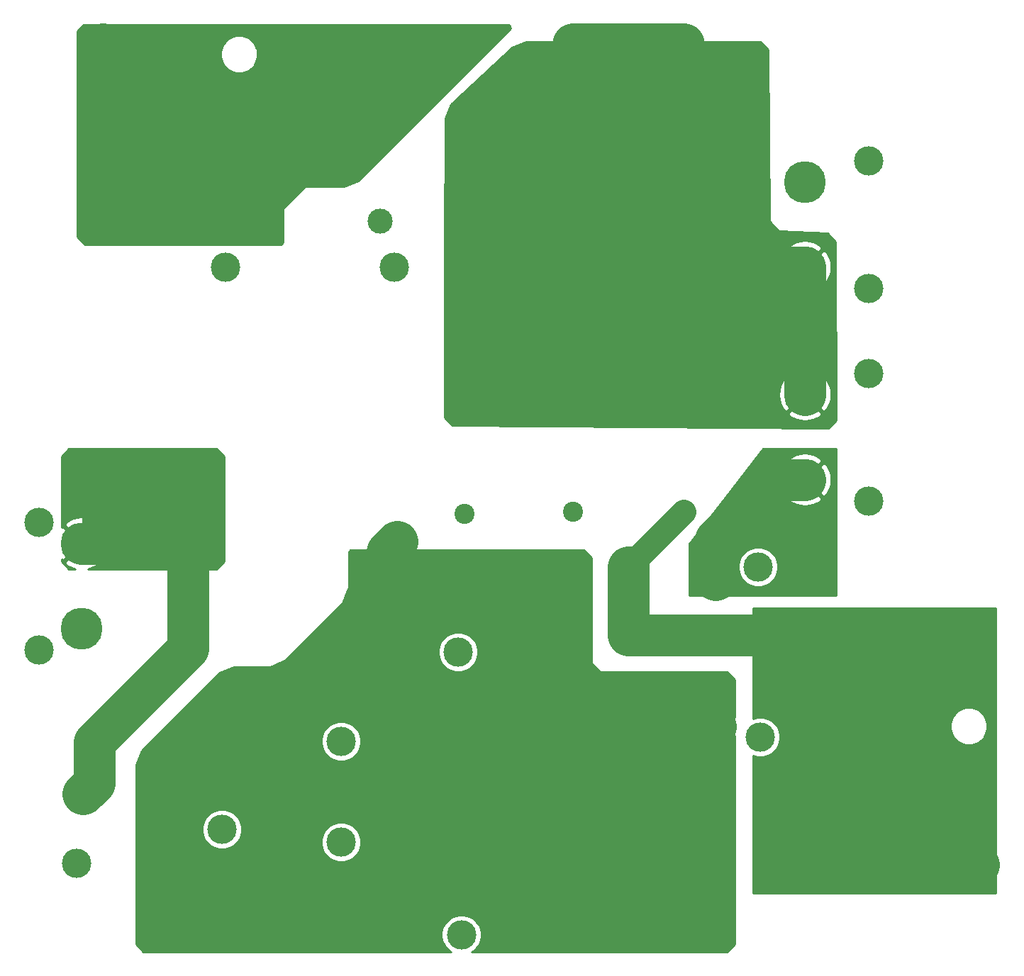
<source format=gbr>
G04 #@! TF.GenerationSoftware,KiCad,Pcbnew,(5.1.4)-1*
G04 #@! TF.CreationDate,2019-10-17T19:09:16-07:00*
G04 #@! TF.ProjectId,amiga crossover,616d6967-6120-4637-926f-73736f766572,0.2*
G04 #@! TF.SameCoordinates,Original*
G04 #@! TF.FileFunction,Copper,L1,Top*
G04 #@! TF.FilePolarity,Positive*
%FSLAX46Y46*%
G04 Gerber Fmt 4.6, Leading zero omitted, Abs format (unit mm)*
G04 Created by KiCad (PCBNEW (5.1.4)-1) date 2019-10-17 19:09:16*
%MOMM*%
%LPD*%
G04 APERTURE LIST*
%ADD10O,2.800000X2.800000*%
%ADD11C,2.800000*%
%ADD12O,2.400000X2.400000*%
%ADD13C,2.400000*%
%ADD14C,2.600000*%
%ADD15C,3.000000*%
%ADD16C,3.800000*%
%ADD17C,5.000000*%
%ADD18C,3.500000*%
%ADD19C,5.000000*%
%ADD20C,1.000000*%
%ADD21C,3.000000*%
%ADD22C,0.254000*%
G04 APERTURE END LIST*
D10*
X218878000Y-122174000D03*
D11*
X166878000Y-122174000D03*
D12*
X149460000Y-83566000D03*
D13*
X124460000Y-83566000D03*
D10*
X114300000Y-76130000D03*
D11*
X114300000Y-24130000D03*
D14*
X129844800Y-103886000D03*
X111963200Y-113741200D03*
D15*
X147370800Y-45364400D03*
X130911600Y-45415200D03*
D16*
X187452000Y-88188800D03*
X187452000Y-105664000D03*
D17*
X198120000Y-66040000D03*
X198120000Y-76200000D03*
X198120000Y-50800000D03*
X198120000Y-40640000D03*
X111760000Y-93980000D03*
X111760000Y-83820000D03*
D12*
X170434000Y-24130000D03*
D13*
X170434000Y-80010000D03*
D12*
X183642000Y-24130000D03*
D13*
X183642000Y-80010000D03*
D12*
X157480000Y-24384000D03*
D13*
X157480000Y-80264000D03*
D18*
X128905000Y-50800000D03*
X149098000Y-50800000D03*
X205740000Y-38100000D03*
X205740000Y-53340000D03*
X205740000Y-63500000D03*
X205740000Y-78740000D03*
X106680000Y-81280000D03*
X106680000Y-96520000D03*
X192532000Y-86614000D03*
X192786000Y-106934000D03*
X156718000Y-96774000D03*
X142748000Y-107442000D03*
X128524000Y-117983000D03*
X111125000Y-122047000D03*
X142748000Y-119507000D03*
X157099000Y-130556000D03*
D19*
X151942800Y-24384000D02*
X130911600Y-45415200D01*
X157480000Y-24384000D02*
X151942800Y-24384000D01*
X130911600Y-40741600D02*
X114300000Y-24130000D01*
X130911600Y-45415200D02*
X130911600Y-40741600D01*
D20*
X129844800Y-103181200D02*
X129844800Y-103886000D01*
D19*
X166878000Y-122174000D02*
X166878000Y-110490000D01*
X166878000Y-110490000D02*
X156972000Y-110490000D01*
X171704000Y-105664000D02*
X166878000Y-110490000D01*
X187452000Y-105664000D02*
X171704000Y-105664000D01*
X129844800Y-103886000D02*
X134239000Y-103886000D01*
X134239000Y-103886000D02*
X139573000Y-98552000D01*
X145034000Y-98552000D02*
X156972000Y-110490000D01*
X139573000Y-98552000D02*
X145034000Y-98552000D01*
X148260001Y-95325999D02*
X145034000Y-98552000D01*
X148260001Y-84765999D02*
X148260001Y-95325999D01*
X149460000Y-83566000D02*
X148260001Y-84765999D01*
D21*
X183642000Y-80010000D02*
X177038000Y-86614000D01*
D19*
X177038000Y-86614000D02*
X177038000Y-94742000D01*
X218878000Y-122174000D02*
X214884000Y-122174000D01*
X214884000Y-122174000D02*
X202184000Y-109474000D01*
X202184000Y-109474000D02*
X202184000Y-101854000D01*
X195072000Y-94742000D02*
X177038000Y-94742000D01*
X202184000Y-101854000D02*
X195072000Y-94742000D01*
X113263199Y-112441201D02*
X113263199Y-107589801D01*
X111963200Y-113741200D02*
X113263199Y-112441201D01*
X124460000Y-96393000D02*
X124460000Y-83566000D01*
X113263199Y-107589801D02*
X124460000Y-96393000D01*
X124206000Y-83820000D02*
X124460000Y-83566000D01*
X111760000Y-83820000D02*
X124206000Y-83820000D01*
X114300000Y-76130000D02*
X114300000Y-83820000D01*
X170434000Y-24130000D02*
X183642000Y-24130000D01*
X198120000Y-50800000D02*
X198120000Y-66040000D01*
X183642000Y-24130000D02*
X183642000Y-50800000D01*
X198120000Y-50800000D02*
X183642000Y-50800000D01*
X194584467Y-76200000D02*
X198120000Y-76200000D01*
X187452000Y-83332467D02*
X194584467Y-76200000D01*
X187452000Y-88188800D02*
X187452000Y-83332467D01*
D22*
G36*
X168762146Y-24003000D02*
G01*
X170307000Y-24003000D01*
X170307000Y-23983000D01*
X170561000Y-23983000D01*
X170561000Y-24003000D01*
X172105854Y-24003000D01*
X172157734Y-23876000D01*
X181918266Y-23876000D01*
X181970146Y-24003000D01*
X183515000Y-24003000D01*
X183515000Y-23983000D01*
X183769000Y-23983000D01*
X183769000Y-24003000D01*
X185313854Y-24003000D01*
X185365734Y-23876000D01*
X192749812Y-23876000D01*
X193686829Y-24802549D01*
X193917773Y-45356490D01*
X193920492Y-45381237D01*
X193927986Y-45404979D01*
X193939968Y-45426802D01*
X193953502Y-45443381D01*
X194963768Y-46487338D01*
X194982751Y-46503445D01*
X195004513Y-46515540D01*
X195028215Y-46523157D01*
X195049440Y-46525897D01*
X200811297Y-46779782D01*
X201745325Y-47750606D01*
X201860666Y-69088506D01*
X200941125Y-70007333D01*
X155993265Y-69729507D01*
X155070531Y-68797932D01*
X155072392Y-68243148D01*
X196096457Y-68243148D01*
X196372627Y-68661118D01*
X196917557Y-68951649D01*
X197508696Y-69130287D01*
X198123328Y-69190168D01*
X198737831Y-69128990D01*
X199328592Y-68949103D01*
X199867373Y-68661118D01*
X200143543Y-68243148D01*
X198120000Y-66219605D01*
X196096457Y-68243148D01*
X155072392Y-68243148D01*
X155079774Y-66043328D01*
X194969832Y-66043328D01*
X195031010Y-66657831D01*
X195210897Y-67248592D01*
X195498882Y-67787373D01*
X195916852Y-68063543D01*
X197940395Y-66040000D01*
X198299605Y-66040000D01*
X200323148Y-68063543D01*
X200741118Y-67787373D01*
X201031649Y-67242443D01*
X201210287Y-66651304D01*
X201270168Y-66036672D01*
X201208990Y-65422169D01*
X201029103Y-64831408D01*
X200741118Y-64292627D01*
X200323148Y-64016457D01*
X198299605Y-66040000D01*
X197940395Y-66040000D01*
X195916852Y-64016457D01*
X195498882Y-64292627D01*
X195208351Y-64837557D01*
X195029713Y-65428696D01*
X194969832Y-66043328D01*
X155079774Y-66043328D01*
X155087178Y-63836852D01*
X196096457Y-63836852D01*
X198120000Y-65860395D01*
X200143543Y-63836852D01*
X199867373Y-63418882D01*
X199322443Y-63128351D01*
X198731304Y-62949713D01*
X198116672Y-62889832D01*
X197502169Y-62951010D01*
X196911408Y-63130897D01*
X196372627Y-63418882D01*
X196096457Y-63836852D01*
X155087178Y-63836852D01*
X155123532Y-53003148D01*
X196096457Y-53003148D01*
X196372627Y-53421118D01*
X196917557Y-53711649D01*
X197508696Y-53890287D01*
X198123328Y-53950168D01*
X198737831Y-53888990D01*
X199328592Y-53709103D01*
X199867373Y-53421118D01*
X200143543Y-53003148D01*
X198120000Y-50979605D01*
X196096457Y-53003148D01*
X155123532Y-53003148D01*
X155130914Y-50803328D01*
X194969832Y-50803328D01*
X195031010Y-51417831D01*
X195210897Y-52008592D01*
X195498882Y-52547373D01*
X195916852Y-52823543D01*
X197940395Y-50800000D01*
X198299605Y-50800000D01*
X200323148Y-52823543D01*
X200741118Y-52547373D01*
X201031649Y-52002443D01*
X201210287Y-51411304D01*
X201270168Y-50796672D01*
X201208990Y-50182169D01*
X201029103Y-49591408D01*
X200741118Y-49052627D01*
X200323148Y-48776457D01*
X198299605Y-50800000D01*
X197940395Y-50800000D01*
X195916852Y-48776457D01*
X195498882Y-49052627D01*
X195208351Y-49597557D01*
X195029713Y-50188696D01*
X194969832Y-50803328D01*
X155130914Y-50803328D01*
X155138318Y-48596852D01*
X196096457Y-48596852D01*
X198120000Y-50620395D01*
X200143543Y-48596852D01*
X199867373Y-48178882D01*
X199322443Y-47888351D01*
X198731304Y-47709713D01*
X198116672Y-47649832D01*
X197502169Y-47711010D01*
X196911408Y-47890897D01*
X196372627Y-48178882D01*
X196096457Y-48596852D01*
X155138318Y-48596852D01*
X155190555Y-33030559D01*
X155900999Y-31392825D01*
X163171520Y-24543784D01*
X163176504Y-24541806D01*
X168645801Y-24541806D01*
X168760500Y-24882754D01*
X168939511Y-25194774D01*
X169175954Y-25465875D01*
X169460743Y-25685639D01*
X169782934Y-25845621D01*
X170022195Y-25918195D01*
X170307000Y-25801432D01*
X170307000Y-24257000D01*
X170561000Y-24257000D01*
X170561000Y-25801432D01*
X170845805Y-25918195D01*
X171085066Y-25845621D01*
X171407257Y-25685639D01*
X171692046Y-25465875D01*
X171928489Y-25194774D01*
X172107500Y-24882754D01*
X172222199Y-24541806D01*
X181853801Y-24541806D01*
X181968500Y-24882754D01*
X182147511Y-25194774D01*
X182383954Y-25465875D01*
X182668743Y-25685639D01*
X182990934Y-25845621D01*
X183230195Y-25918195D01*
X183515000Y-25801432D01*
X183515000Y-24257000D01*
X183769000Y-24257000D01*
X183769000Y-25801432D01*
X184053805Y-25918195D01*
X184293066Y-25845621D01*
X184615257Y-25685639D01*
X184900046Y-25465875D01*
X185136489Y-25194774D01*
X185315500Y-24882754D01*
X185430199Y-24541806D01*
X185313854Y-24257000D01*
X183769000Y-24257000D01*
X183515000Y-24257000D01*
X181970146Y-24257000D01*
X181853801Y-24541806D01*
X172222199Y-24541806D01*
X172105854Y-24257000D01*
X170561000Y-24257000D01*
X170307000Y-24257000D01*
X168762146Y-24257000D01*
X168645801Y-24541806D01*
X163176504Y-24541806D01*
X164854279Y-23876000D01*
X168710266Y-23876000D01*
X168762146Y-24003000D01*
X168762146Y-24003000D01*
G37*
X168762146Y-24003000D02*
X170307000Y-24003000D01*
X170307000Y-23983000D01*
X170561000Y-23983000D01*
X170561000Y-24003000D01*
X172105854Y-24003000D01*
X172157734Y-23876000D01*
X181918266Y-23876000D01*
X181970146Y-24003000D01*
X183515000Y-24003000D01*
X183515000Y-23983000D01*
X183769000Y-23983000D01*
X183769000Y-24003000D01*
X185313854Y-24003000D01*
X185365734Y-23876000D01*
X192749812Y-23876000D01*
X193686829Y-24802549D01*
X193917773Y-45356490D01*
X193920492Y-45381237D01*
X193927986Y-45404979D01*
X193939968Y-45426802D01*
X193953502Y-45443381D01*
X194963768Y-46487338D01*
X194982751Y-46503445D01*
X195004513Y-46515540D01*
X195028215Y-46523157D01*
X195049440Y-46525897D01*
X200811297Y-46779782D01*
X201745325Y-47750606D01*
X201860666Y-69088506D01*
X200941125Y-70007333D01*
X155993265Y-69729507D01*
X155070531Y-68797932D01*
X155072392Y-68243148D01*
X196096457Y-68243148D01*
X196372627Y-68661118D01*
X196917557Y-68951649D01*
X197508696Y-69130287D01*
X198123328Y-69190168D01*
X198737831Y-69128990D01*
X199328592Y-68949103D01*
X199867373Y-68661118D01*
X200143543Y-68243148D01*
X198120000Y-66219605D01*
X196096457Y-68243148D01*
X155072392Y-68243148D01*
X155079774Y-66043328D01*
X194969832Y-66043328D01*
X195031010Y-66657831D01*
X195210897Y-67248592D01*
X195498882Y-67787373D01*
X195916852Y-68063543D01*
X197940395Y-66040000D01*
X198299605Y-66040000D01*
X200323148Y-68063543D01*
X200741118Y-67787373D01*
X201031649Y-67242443D01*
X201210287Y-66651304D01*
X201270168Y-66036672D01*
X201208990Y-65422169D01*
X201029103Y-64831408D01*
X200741118Y-64292627D01*
X200323148Y-64016457D01*
X198299605Y-66040000D01*
X197940395Y-66040000D01*
X195916852Y-64016457D01*
X195498882Y-64292627D01*
X195208351Y-64837557D01*
X195029713Y-65428696D01*
X194969832Y-66043328D01*
X155079774Y-66043328D01*
X155087178Y-63836852D01*
X196096457Y-63836852D01*
X198120000Y-65860395D01*
X200143543Y-63836852D01*
X199867373Y-63418882D01*
X199322443Y-63128351D01*
X198731304Y-62949713D01*
X198116672Y-62889832D01*
X197502169Y-62951010D01*
X196911408Y-63130897D01*
X196372627Y-63418882D01*
X196096457Y-63836852D01*
X155087178Y-63836852D01*
X155123532Y-53003148D01*
X196096457Y-53003148D01*
X196372627Y-53421118D01*
X196917557Y-53711649D01*
X197508696Y-53890287D01*
X198123328Y-53950168D01*
X198737831Y-53888990D01*
X199328592Y-53709103D01*
X199867373Y-53421118D01*
X200143543Y-53003148D01*
X198120000Y-50979605D01*
X196096457Y-53003148D01*
X155123532Y-53003148D01*
X155130914Y-50803328D01*
X194969832Y-50803328D01*
X195031010Y-51417831D01*
X195210897Y-52008592D01*
X195498882Y-52547373D01*
X195916852Y-52823543D01*
X197940395Y-50800000D01*
X198299605Y-50800000D01*
X200323148Y-52823543D01*
X200741118Y-52547373D01*
X201031649Y-52002443D01*
X201210287Y-51411304D01*
X201270168Y-50796672D01*
X201208990Y-50182169D01*
X201029103Y-49591408D01*
X200741118Y-49052627D01*
X200323148Y-48776457D01*
X198299605Y-50800000D01*
X197940395Y-50800000D01*
X195916852Y-48776457D01*
X195498882Y-49052627D01*
X195208351Y-49597557D01*
X195029713Y-50188696D01*
X194969832Y-50803328D01*
X155130914Y-50803328D01*
X155138318Y-48596852D01*
X196096457Y-48596852D01*
X198120000Y-50620395D01*
X200143543Y-48596852D01*
X199867373Y-48178882D01*
X199322443Y-47888351D01*
X198731304Y-47709713D01*
X198116672Y-47649832D01*
X197502169Y-47711010D01*
X196911408Y-47890897D01*
X196372627Y-48178882D01*
X196096457Y-48596852D01*
X155138318Y-48596852D01*
X155190555Y-33030559D01*
X155900999Y-31392825D01*
X163171520Y-24543784D01*
X163176504Y-24541806D01*
X168645801Y-24541806D01*
X168760500Y-24882754D01*
X168939511Y-25194774D01*
X169175954Y-25465875D01*
X169460743Y-25685639D01*
X169782934Y-25845621D01*
X170022195Y-25918195D01*
X170307000Y-25801432D01*
X170307000Y-24257000D01*
X170561000Y-24257000D01*
X170561000Y-25801432D01*
X170845805Y-25918195D01*
X171085066Y-25845621D01*
X171407257Y-25685639D01*
X171692046Y-25465875D01*
X171928489Y-25194774D01*
X172107500Y-24882754D01*
X172222199Y-24541806D01*
X181853801Y-24541806D01*
X181968500Y-24882754D01*
X182147511Y-25194774D01*
X182383954Y-25465875D01*
X182668743Y-25685639D01*
X182990934Y-25845621D01*
X183230195Y-25918195D01*
X183515000Y-25801432D01*
X183515000Y-24257000D01*
X183769000Y-24257000D01*
X183769000Y-25801432D01*
X184053805Y-25918195D01*
X184293066Y-25845621D01*
X184615257Y-25685639D01*
X184900046Y-25465875D01*
X185136489Y-25194774D01*
X185315500Y-24882754D01*
X185430199Y-24541806D01*
X185313854Y-24257000D01*
X183769000Y-24257000D01*
X183515000Y-24257000D01*
X181970146Y-24257000D01*
X181853801Y-24541806D01*
X172222199Y-24541806D01*
X172105854Y-24257000D01*
X170561000Y-24257000D01*
X170307000Y-24257000D01*
X168762146Y-24257000D01*
X168645801Y-24541806D01*
X163176504Y-24541806D01*
X164854279Y-23876000D01*
X168710266Y-23876000D01*
X168762146Y-24003000D01*
G36*
X128778000Y-73442606D02*
G01*
X128778000Y-85942394D01*
X127852394Y-86868000D01*
X112512445Y-86868000D01*
X112968592Y-86729103D01*
X113507373Y-86441118D01*
X113783543Y-86023148D01*
X111760000Y-83999605D01*
X109736457Y-86023148D01*
X110012627Y-86441118D01*
X110557557Y-86731649D01*
X111008762Y-86868000D01*
X110272606Y-86868000D01*
X109347000Y-85942394D01*
X109347000Y-85704885D01*
X109556852Y-85843543D01*
X111580395Y-83820000D01*
X111939605Y-83820000D01*
X113963148Y-85843543D01*
X114381118Y-85567373D01*
X114671649Y-85022443D01*
X114725579Y-84843980D01*
X123361626Y-84843980D01*
X123481514Y-85128836D01*
X123805210Y-85289699D01*
X124154069Y-85384322D01*
X124514684Y-85409067D01*
X124873198Y-85362985D01*
X125215833Y-85247846D01*
X125438486Y-85128836D01*
X125558374Y-84843980D01*
X124460000Y-83745605D01*
X123361626Y-84843980D01*
X114725579Y-84843980D01*
X114850287Y-84431304D01*
X114910168Y-83816672D01*
X114890657Y-83620684D01*
X122616933Y-83620684D01*
X122663015Y-83979198D01*
X122778154Y-84321833D01*
X122897164Y-84544486D01*
X123182020Y-84664374D01*
X124280395Y-83566000D01*
X124639605Y-83566000D01*
X125737980Y-84664374D01*
X126022836Y-84544486D01*
X126183699Y-84220790D01*
X126278322Y-83871931D01*
X126303067Y-83511316D01*
X126256985Y-83152802D01*
X126141846Y-82810167D01*
X126022836Y-82587514D01*
X125737980Y-82467626D01*
X124639605Y-83566000D01*
X124280395Y-83566000D01*
X123182020Y-82467626D01*
X122897164Y-82587514D01*
X122736301Y-82911210D01*
X122641678Y-83260069D01*
X122616933Y-83620684D01*
X114890657Y-83620684D01*
X114848990Y-83202169D01*
X114669103Y-82611408D01*
X114496249Y-82288020D01*
X123361626Y-82288020D01*
X124460000Y-83386395D01*
X125558374Y-82288020D01*
X125438486Y-82003164D01*
X125114790Y-81842301D01*
X124765931Y-81747678D01*
X124405316Y-81722933D01*
X124046802Y-81769015D01*
X123704167Y-81884154D01*
X123481514Y-82003164D01*
X123361626Y-82288020D01*
X114496249Y-82288020D01*
X114381118Y-82072627D01*
X113963148Y-81796457D01*
X111939605Y-83820000D01*
X111580395Y-83820000D01*
X109556852Y-81796457D01*
X109347000Y-81935115D01*
X109347000Y-81616852D01*
X109736457Y-81616852D01*
X111760000Y-83640395D01*
X113783543Y-81616852D01*
X113507373Y-81198882D01*
X112962443Y-80908351D01*
X112371304Y-80729713D01*
X111756672Y-80669832D01*
X111142169Y-80731010D01*
X110551408Y-80910897D01*
X110012627Y-81198882D01*
X109736457Y-81616852D01*
X109347000Y-81616852D01*
X109347000Y-76573161D01*
X112313836Y-76573161D01*
X112438456Y-76952127D01*
X112634614Y-77299499D01*
X112894772Y-77601928D01*
X113208932Y-77847792D01*
X113565021Y-78027642D01*
X113856840Y-78116160D01*
X114173000Y-78001947D01*
X114173000Y-76257000D01*
X114427000Y-76257000D01*
X114427000Y-78001947D01*
X114743160Y-78116160D01*
X115034979Y-78027642D01*
X115391068Y-77847792D01*
X115705228Y-77601928D01*
X115965386Y-77299499D01*
X116161544Y-76952127D01*
X116286164Y-76573161D01*
X116172287Y-76257000D01*
X114427000Y-76257000D01*
X114173000Y-76257000D01*
X112427713Y-76257000D01*
X112313836Y-76573161D01*
X109347000Y-76573161D01*
X109347000Y-75686839D01*
X112313836Y-75686839D01*
X112427713Y-76003000D01*
X114173000Y-76003000D01*
X114173000Y-74258053D01*
X114427000Y-74258053D01*
X114427000Y-76003000D01*
X116172287Y-76003000D01*
X116286164Y-75686839D01*
X116161544Y-75307873D01*
X115965386Y-74960501D01*
X115705228Y-74658072D01*
X115391068Y-74412208D01*
X115034979Y-74232358D01*
X114743160Y-74143840D01*
X114427000Y-74258053D01*
X114173000Y-74258053D01*
X113856840Y-74143840D01*
X113565021Y-74232358D01*
X113208932Y-74412208D01*
X112894772Y-74658072D01*
X112634614Y-74960501D01*
X112438456Y-75307873D01*
X112313836Y-75686839D01*
X109347000Y-75686839D01*
X109347000Y-73442606D01*
X110272606Y-72517000D01*
X127852394Y-72517000D01*
X128778000Y-73442606D01*
X128778000Y-73442606D01*
G37*
X128778000Y-73442606D02*
X128778000Y-85942394D01*
X127852394Y-86868000D01*
X112512445Y-86868000D01*
X112968592Y-86729103D01*
X113507373Y-86441118D01*
X113783543Y-86023148D01*
X111760000Y-83999605D01*
X109736457Y-86023148D01*
X110012627Y-86441118D01*
X110557557Y-86731649D01*
X111008762Y-86868000D01*
X110272606Y-86868000D01*
X109347000Y-85942394D01*
X109347000Y-85704885D01*
X109556852Y-85843543D01*
X111580395Y-83820000D01*
X111939605Y-83820000D01*
X113963148Y-85843543D01*
X114381118Y-85567373D01*
X114671649Y-85022443D01*
X114725579Y-84843980D01*
X123361626Y-84843980D01*
X123481514Y-85128836D01*
X123805210Y-85289699D01*
X124154069Y-85384322D01*
X124514684Y-85409067D01*
X124873198Y-85362985D01*
X125215833Y-85247846D01*
X125438486Y-85128836D01*
X125558374Y-84843980D01*
X124460000Y-83745605D01*
X123361626Y-84843980D01*
X114725579Y-84843980D01*
X114850287Y-84431304D01*
X114910168Y-83816672D01*
X114890657Y-83620684D01*
X122616933Y-83620684D01*
X122663015Y-83979198D01*
X122778154Y-84321833D01*
X122897164Y-84544486D01*
X123182020Y-84664374D01*
X124280395Y-83566000D01*
X124639605Y-83566000D01*
X125737980Y-84664374D01*
X126022836Y-84544486D01*
X126183699Y-84220790D01*
X126278322Y-83871931D01*
X126303067Y-83511316D01*
X126256985Y-83152802D01*
X126141846Y-82810167D01*
X126022836Y-82587514D01*
X125737980Y-82467626D01*
X124639605Y-83566000D01*
X124280395Y-83566000D01*
X123182020Y-82467626D01*
X122897164Y-82587514D01*
X122736301Y-82911210D01*
X122641678Y-83260069D01*
X122616933Y-83620684D01*
X114890657Y-83620684D01*
X114848990Y-83202169D01*
X114669103Y-82611408D01*
X114496249Y-82288020D01*
X123361626Y-82288020D01*
X124460000Y-83386395D01*
X125558374Y-82288020D01*
X125438486Y-82003164D01*
X125114790Y-81842301D01*
X124765931Y-81747678D01*
X124405316Y-81722933D01*
X124046802Y-81769015D01*
X123704167Y-81884154D01*
X123481514Y-82003164D01*
X123361626Y-82288020D01*
X114496249Y-82288020D01*
X114381118Y-82072627D01*
X113963148Y-81796457D01*
X111939605Y-83820000D01*
X111580395Y-83820000D01*
X109556852Y-81796457D01*
X109347000Y-81935115D01*
X109347000Y-81616852D01*
X109736457Y-81616852D01*
X111760000Y-83640395D01*
X113783543Y-81616852D01*
X113507373Y-81198882D01*
X112962443Y-80908351D01*
X112371304Y-80729713D01*
X111756672Y-80669832D01*
X111142169Y-80731010D01*
X110551408Y-80910897D01*
X110012627Y-81198882D01*
X109736457Y-81616852D01*
X109347000Y-81616852D01*
X109347000Y-76573161D01*
X112313836Y-76573161D01*
X112438456Y-76952127D01*
X112634614Y-77299499D01*
X112894772Y-77601928D01*
X113208932Y-77847792D01*
X113565021Y-78027642D01*
X113856840Y-78116160D01*
X114173000Y-78001947D01*
X114173000Y-76257000D01*
X114427000Y-76257000D01*
X114427000Y-78001947D01*
X114743160Y-78116160D01*
X115034979Y-78027642D01*
X115391068Y-77847792D01*
X115705228Y-77601928D01*
X115965386Y-77299499D01*
X116161544Y-76952127D01*
X116286164Y-76573161D01*
X116172287Y-76257000D01*
X114427000Y-76257000D01*
X114173000Y-76257000D01*
X112427713Y-76257000D01*
X112313836Y-76573161D01*
X109347000Y-76573161D01*
X109347000Y-75686839D01*
X112313836Y-75686839D01*
X112427713Y-76003000D01*
X114173000Y-76003000D01*
X114173000Y-74258053D01*
X114427000Y-74258053D01*
X114427000Y-76003000D01*
X116172287Y-76003000D01*
X116286164Y-75686839D01*
X116161544Y-75307873D01*
X115965386Y-74960501D01*
X115705228Y-74658072D01*
X115391068Y-74412208D01*
X115034979Y-74232358D01*
X114743160Y-74143840D01*
X114427000Y-74258053D01*
X114173000Y-74258053D01*
X113856840Y-74143840D01*
X113565021Y-74232358D01*
X113208932Y-74412208D01*
X112894772Y-74658072D01*
X112634614Y-74960501D01*
X112438456Y-75307873D01*
X112313836Y-75686839D01*
X109347000Y-75686839D01*
X109347000Y-73442606D01*
X110272606Y-72517000D01*
X127852394Y-72517000D01*
X128778000Y-73442606D01*
G36*
X148124125Y-84824046D02*
G01*
X148395226Y-85060489D01*
X148707246Y-85239500D01*
X149048194Y-85354199D01*
X149333000Y-85237854D01*
X149333000Y-84582000D01*
X149587000Y-84582000D01*
X149587000Y-85237854D01*
X149871806Y-85354199D01*
X150212754Y-85239500D01*
X150524774Y-85060489D01*
X150795875Y-84824046D01*
X150982655Y-84582000D01*
X171667394Y-84582000D01*
X172593000Y-85507606D01*
X172593000Y-98060000D01*
X172595440Y-98084776D01*
X172602667Y-98108601D01*
X172614403Y-98130557D01*
X172630197Y-98149803D01*
X173630197Y-99149803D01*
X173649443Y-99165597D01*
X173671399Y-99177333D01*
X173695224Y-99184560D01*
X173720000Y-99187000D01*
X188812394Y-99187000D01*
X189738000Y-100112606D01*
X189738000Y-104557852D01*
X189584867Y-104271362D01*
X189228349Y-104067256D01*
X187631605Y-105664000D01*
X189228349Y-107260744D01*
X189584867Y-107056638D01*
X189738000Y-106762688D01*
X189738000Y-131662394D01*
X188812394Y-132588000D01*
X158350784Y-132588000D01*
X158619349Y-132408550D01*
X158951550Y-132076349D01*
X159212560Y-131685721D01*
X159392346Y-131251679D01*
X159484000Y-130790902D01*
X159484000Y-130321098D01*
X159392346Y-129860321D01*
X159212560Y-129426279D01*
X158951550Y-129035651D01*
X158619349Y-128703450D01*
X158228721Y-128442440D01*
X157794679Y-128262654D01*
X157333902Y-128171000D01*
X156864098Y-128171000D01*
X156403321Y-128262654D01*
X155969279Y-128442440D01*
X155578651Y-128703450D01*
X155246450Y-129035651D01*
X154985440Y-129426279D01*
X154805654Y-129860321D01*
X154714000Y-130321098D01*
X154714000Y-130790902D01*
X154805654Y-131251679D01*
X154985440Y-131685721D01*
X155246450Y-132076349D01*
X155578651Y-132408550D01*
X155847216Y-132588000D01*
X119162606Y-132588000D01*
X118237000Y-131662394D01*
X118237000Y-123594447D01*
X165637158Y-123594447D01*
X165781135Y-123899770D01*
X166138892Y-124080597D01*
X166525053Y-124188155D01*
X166924777Y-124218310D01*
X167322704Y-124169904D01*
X167703540Y-124044795D01*
X167974865Y-123899770D01*
X168118842Y-123594447D01*
X166878000Y-122353605D01*
X165637158Y-123594447D01*
X118237000Y-123594447D01*
X118237000Y-122220777D01*
X164833690Y-122220777D01*
X164882096Y-122618704D01*
X165007205Y-122999540D01*
X165152230Y-123270865D01*
X165457553Y-123414842D01*
X166698395Y-122174000D01*
X167057605Y-122174000D01*
X168298447Y-123414842D01*
X168603770Y-123270865D01*
X168784597Y-122913108D01*
X168892155Y-122526947D01*
X168922310Y-122127223D01*
X168873904Y-121729296D01*
X168748795Y-121348460D01*
X168603770Y-121077135D01*
X168298447Y-120933158D01*
X167057605Y-122174000D01*
X166698395Y-122174000D01*
X165457553Y-120933158D01*
X165152230Y-121077135D01*
X164971403Y-121434892D01*
X164863845Y-121821053D01*
X164833690Y-122220777D01*
X118237000Y-122220777D01*
X118237000Y-117748098D01*
X126139000Y-117748098D01*
X126139000Y-118217902D01*
X126230654Y-118678679D01*
X126410440Y-119112721D01*
X126671450Y-119503349D01*
X127003651Y-119835550D01*
X127394279Y-120096560D01*
X127828321Y-120276346D01*
X128289098Y-120368000D01*
X128758902Y-120368000D01*
X129219679Y-120276346D01*
X129653721Y-120096560D01*
X130044349Y-119835550D01*
X130376550Y-119503349D01*
X130531067Y-119272098D01*
X140363000Y-119272098D01*
X140363000Y-119741902D01*
X140454654Y-120202679D01*
X140634440Y-120636721D01*
X140895450Y-121027349D01*
X141227651Y-121359550D01*
X141618279Y-121620560D01*
X142052321Y-121800346D01*
X142513098Y-121892000D01*
X142982902Y-121892000D01*
X143443679Y-121800346D01*
X143877721Y-121620560D01*
X144268349Y-121359550D01*
X144600550Y-121027349D01*
X144783495Y-120753553D01*
X165637158Y-120753553D01*
X166878000Y-121994395D01*
X168118842Y-120753553D01*
X167974865Y-120448230D01*
X167617108Y-120267403D01*
X167230947Y-120159845D01*
X166831223Y-120129690D01*
X166433296Y-120178096D01*
X166052460Y-120303205D01*
X165781135Y-120448230D01*
X165637158Y-120753553D01*
X144783495Y-120753553D01*
X144861560Y-120636721D01*
X145041346Y-120202679D01*
X145133000Y-119741902D01*
X145133000Y-119272098D01*
X145041346Y-118811321D01*
X144861560Y-118377279D01*
X144600550Y-117986651D01*
X144268349Y-117654450D01*
X143877721Y-117393440D01*
X143443679Y-117213654D01*
X142982902Y-117122000D01*
X142513098Y-117122000D01*
X142052321Y-117213654D01*
X141618279Y-117393440D01*
X141227651Y-117654450D01*
X140895450Y-117986651D01*
X140634440Y-118377279D01*
X140454654Y-118811321D01*
X140363000Y-119272098D01*
X130531067Y-119272098D01*
X130637560Y-119112721D01*
X130817346Y-118678679D01*
X130909000Y-118217902D01*
X130909000Y-117748098D01*
X130817346Y-117287321D01*
X130637560Y-116853279D01*
X130376550Y-116462651D01*
X130044349Y-116130450D01*
X129653721Y-115869440D01*
X129219679Y-115689654D01*
X128758902Y-115598000D01*
X128289098Y-115598000D01*
X127828321Y-115689654D01*
X127394279Y-115869440D01*
X127003651Y-116130450D01*
X126671450Y-116462651D01*
X126410440Y-116853279D01*
X126230654Y-117287321D01*
X126139000Y-117748098D01*
X118237000Y-117748098D01*
X118237000Y-110245263D01*
X118924772Y-108584834D01*
X120302508Y-107207098D01*
X140363000Y-107207098D01*
X140363000Y-107676902D01*
X140454654Y-108137679D01*
X140634440Y-108571721D01*
X140895450Y-108962349D01*
X141227651Y-109294550D01*
X141618279Y-109555560D01*
X142052321Y-109735346D01*
X142513098Y-109827000D01*
X142982902Y-109827000D01*
X143443679Y-109735346D01*
X143877721Y-109555560D01*
X144268349Y-109294550D01*
X144600550Y-108962349D01*
X144861560Y-108571721D01*
X145041346Y-108137679D01*
X145133000Y-107676902D01*
X145133000Y-107440349D01*
X185855256Y-107440349D01*
X186059362Y-107796867D01*
X186502223Y-108027575D01*
X186981583Y-108167452D01*
X187479021Y-108211123D01*
X187975422Y-108156909D01*
X188451707Y-108006894D01*
X188844638Y-107796867D01*
X189048744Y-107440349D01*
X187452000Y-105843605D01*
X185855256Y-107440349D01*
X145133000Y-107440349D01*
X145133000Y-107207098D01*
X145041346Y-106746321D01*
X144861560Y-106312279D01*
X144600550Y-105921651D01*
X144369920Y-105691021D01*
X184904877Y-105691021D01*
X184959091Y-106187422D01*
X185109106Y-106663707D01*
X185319133Y-107056638D01*
X185675651Y-107260744D01*
X187272395Y-105664000D01*
X185675651Y-104067256D01*
X185319133Y-104271362D01*
X185088425Y-104714223D01*
X184948548Y-105193583D01*
X184904877Y-105691021D01*
X144369920Y-105691021D01*
X144268349Y-105589450D01*
X143877721Y-105328440D01*
X143443679Y-105148654D01*
X142982902Y-105057000D01*
X142513098Y-105057000D01*
X142052321Y-105148654D01*
X141618279Y-105328440D01*
X141227651Y-105589450D01*
X140895450Y-105921651D01*
X140634440Y-106312279D01*
X140454654Y-106746321D01*
X140363000Y-107207098D01*
X120302508Y-107207098D01*
X122274382Y-105235224D01*
X128675181Y-105235224D01*
X128807117Y-105530312D01*
X129147845Y-105701159D01*
X129515357Y-105802250D01*
X129895529Y-105829701D01*
X130273751Y-105782457D01*
X130635490Y-105662333D01*
X130882483Y-105530312D01*
X131014419Y-105235224D01*
X129844800Y-104065605D01*
X128675181Y-105235224D01*
X122274382Y-105235224D01*
X123572877Y-103936729D01*
X127901099Y-103936729D01*
X127948343Y-104314951D01*
X128068467Y-104676690D01*
X128200488Y-104923683D01*
X128495576Y-105055619D01*
X129665195Y-103886000D01*
X130024405Y-103886000D01*
X131194024Y-105055619D01*
X131489112Y-104923683D01*
X131659959Y-104582955D01*
X131761050Y-104215443D01*
X131784718Y-103887651D01*
X185855256Y-103887651D01*
X187452000Y-105484395D01*
X189048744Y-103887651D01*
X188844638Y-103531133D01*
X188401777Y-103300425D01*
X187922417Y-103160548D01*
X187424979Y-103116877D01*
X186928578Y-103171091D01*
X186452293Y-103321106D01*
X186059362Y-103531133D01*
X185855256Y-103887651D01*
X131784718Y-103887651D01*
X131788501Y-103835271D01*
X131741257Y-103457049D01*
X131621133Y-103095310D01*
X131489112Y-102848317D01*
X131194024Y-102716381D01*
X130024405Y-103886000D01*
X129665195Y-103886000D01*
X128495576Y-102716381D01*
X128200488Y-102848317D01*
X128029641Y-103189045D01*
X127928550Y-103556557D01*
X127901099Y-103936729D01*
X123572877Y-103936729D01*
X124972830Y-102536776D01*
X128675181Y-102536776D01*
X129844800Y-103706395D01*
X131014419Y-102536776D01*
X130882483Y-102241688D01*
X130541755Y-102070841D01*
X130174243Y-101969750D01*
X129794071Y-101942299D01*
X129415849Y-101989543D01*
X129054110Y-102109667D01*
X128807117Y-102241688D01*
X128675181Y-102536776D01*
X124972830Y-102536776D01*
X128269834Y-99239772D01*
X129930263Y-98552000D01*
X134255000Y-98552000D01*
X134279776Y-98549560D01*
X134303601Y-98542333D01*
X136010708Y-97835226D01*
X136032664Y-97823490D01*
X136051910Y-97807696D01*
X137320508Y-96539098D01*
X154333000Y-96539098D01*
X154333000Y-97008902D01*
X154424654Y-97469679D01*
X154604440Y-97903721D01*
X154865450Y-98294349D01*
X155197651Y-98626550D01*
X155588279Y-98887560D01*
X156022321Y-99067346D01*
X156483098Y-99159000D01*
X156952902Y-99159000D01*
X157413679Y-99067346D01*
X157847721Y-98887560D01*
X158238349Y-98626550D01*
X158570550Y-98294349D01*
X158831560Y-97903721D01*
X159011346Y-97469679D01*
X159103000Y-97008902D01*
X159103000Y-96539098D01*
X159011346Y-96078321D01*
X158831560Y-95644279D01*
X158570550Y-95253651D01*
X158238349Y-94921450D01*
X157847721Y-94660440D01*
X157413679Y-94480654D01*
X156952902Y-94389000D01*
X156483098Y-94389000D01*
X156022321Y-94480654D01*
X155588279Y-94660440D01*
X155197651Y-94921450D01*
X154865450Y-95253651D01*
X154604440Y-95644279D01*
X154424654Y-96078321D01*
X154333000Y-96539098D01*
X137320508Y-96539098D01*
X142892696Y-90966910D01*
X142908490Y-90947664D01*
X142920226Y-90925708D01*
X143627333Y-89218601D01*
X143634560Y-89194776D01*
X143637000Y-89170000D01*
X143637000Y-84825106D01*
X143880106Y-84582000D01*
X147937345Y-84582000D01*
X148124125Y-84824046D01*
X148124125Y-84824046D01*
G37*
X148124125Y-84824046D02*
X148395226Y-85060489D01*
X148707246Y-85239500D01*
X149048194Y-85354199D01*
X149333000Y-85237854D01*
X149333000Y-84582000D01*
X149587000Y-84582000D01*
X149587000Y-85237854D01*
X149871806Y-85354199D01*
X150212754Y-85239500D01*
X150524774Y-85060489D01*
X150795875Y-84824046D01*
X150982655Y-84582000D01*
X171667394Y-84582000D01*
X172593000Y-85507606D01*
X172593000Y-98060000D01*
X172595440Y-98084776D01*
X172602667Y-98108601D01*
X172614403Y-98130557D01*
X172630197Y-98149803D01*
X173630197Y-99149803D01*
X173649443Y-99165597D01*
X173671399Y-99177333D01*
X173695224Y-99184560D01*
X173720000Y-99187000D01*
X188812394Y-99187000D01*
X189738000Y-100112606D01*
X189738000Y-104557852D01*
X189584867Y-104271362D01*
X189228349Y-104067256D01*
X187631605Y-105664000D01*
X189228349Y-107260744D01*
X189584867Y-107056638D01*
X189738000Y-106762688D01*
X189738000Y-131662394D01*
X188812394Y-132588000D01*
X158350784Y-132588000D01*
X158619349Y-132408550D01*
X158951550Y-132076349D01*
X159212560Y-131685721D01*
X159392346Y-131251679D01*
X159484000Y-130790902D01*
X159484000Y-130321098D01*
X159392346Y-129860321D01*
X159212560Y-129426279D01*
X158951550Y-129035651D01*
X158619349Y-128703450D01*
X158228721Y-128442440D01*
X157794679Y-128262654D01*
X157333902Y-128171000D01*
X156864098Y-128171000D01*
X156403321Y-128262654D01*
X155969279Y-128442440D01*
X155578651Y-128703450D01*
X155246450Y-129035651D01*
X154985440Y-129426279D01*
X154805654Y-129860321D01*
X154714000Y-130321098D01*
X154714000Y-130790902D01*
X154805654Y-131251679D01*
X154985440Y-131685721D01*
X155246450Y-132076349D01*
X155578651Y-132408550D01*
X155847216Y-132588000D01*
X119162606Y-132588000D01*
X118237000Y-131662394D01*
X118237000Y-123594447D01*
X165637158Y-123594447D01*
X165781135Y-123899770D01*
X166138892Y-124080597D01*
X166525053Y-124188155D01*
X166924777Y-124218310D01*
X167322704Y-124169904D01*
X167703540Y-124044795D01*
X167974865Y-123899770D01*
X168118842Y-123594447D01*
X166878000Y-122353605D01*
X165637158Y-123594447D01*
X118237000Y-123594447D01*
X118237000Y-122220777D01*
X164833690Y-122220777D01*
X164882096Y-122618704D01*
X165007205Y-122999540D01*
X165152230Y-123270865D01*
X165457553Y-123414842D01*
X166698395Y-122174000D01*
X167057605Y-122174000D01*
X168298447Y-123414842D01*
X168603770Y-123270865D01*
X168784597Y-122913108D01*
X168892155Y-122526947D01*
X168922310Y-122127223D01*
X168873904Y-121729296D01*
X168748795Y-121348460D01*
X168603770Y-121077135D01*
X168298447Y-120933158D01*
X167057605Y-122174000D01*
X166698395Y-122174000D01*
X165457553Y-120933158D01*
X165152230Y-121077135D01*
X164971403Y-121434892D01*
X164863845Y-121821053D01*
X164833690Y-122220777D01*
X118237000Y-122220777D01*
X118237000Y-117748098D01*
X126139000Y-117748098D01*
X126139000Y-118217902D01*
X126230654Y-118678679D01*
X126410440Y-119112721D01*
X126671450Y-119503349D01*
X127003651Y-119835550D01*
X127394279Y-120096560D01*
X127828321Y-120276346D01*
X128289098Y-120368000D01*
X128758902Y-120368000D01*
X129219679Y-120276346D01*
X129653721Y-120096560D01*
X130044349Y-119835550D01*
X130376550Y-119503349D01*
X130531067Y-119272098D01*
X140363000Y-119272098D01*
X140363000Y-119741902D01*
X140454654Y-120202679D01*
X140634440Y-120636721D01*
X140895450Y-121027349D01*
X141227651Y-121359550D01*
X141618279Y-121620560D01*
X142052321Y-121800346D01*
X142513098Y-121892000D01*
X142982902Y-121892000D01*
X143443679Y-121800346D01*
X143877721Y-121620560D01*
X144268349Y-121359550D01*
X144600550Y-121027349D01*
X144783495Y-120753553D01*
X165637158Y-120753553D01*
X166878000Y-121994395D01*
X168118842Y-120753553D01*
X167974865Y-120448230D01*
X167617108Y-120267403D01*
X167230947Y-120159845D01*
X166831223Y-120129690D01*
X166433296Y-120178096D01*
X166052460Y-120303205D01*
X165781135Y-120448230D01*
X165637158Y-120753553D01*
X144783495Y-120753553D01*
X144861560Y-120636721D01*
X145041346Y-120202679D01*
X145133000Y-119741902D01*
X145133000Y-119272098D01*
X145041346Y-118811321D01*
X144861560Y-118377279D01*
X144600550Y-117986651D01*
X144268349Y-117654450D01*
X143877721Y-117393440D01*
X143443679Y-117213654D01*
X142982902Y-117122000D01*
X142513098Y-117122000D01*
X142052321Y-117213654D01*
X141618279Y-117393440D01*
X141227651Y-117654450D01*
X140895450Y-117986651D01*
X140634440Y-118377279D01*
X140454654Y-118811321D01*
X140363000Y-119272098D01*
X130531067Y-119272098D01*
X130637560Y-119112721D01*
X130817346Y-118678679D01*
X130909000Y-118217902D01*
X130909000Y-117748098D01*
X130817346Y-117287321D01*
X130637560Y-116853279D01*
X130376550Y-116462651D01*
X130044349Y-116130450D01*
X129653721Y-115869440D01*
X129219679Y-115689654D01*
X128758902Y-115598000D01*
X128289098Y-115598000D01*
X127828321Y-115689654D01*
X127394279Y-115869440D01*
X127003651Y-116130450D01*
X126671450Y-116462651D01*
X126410440Y-116853279D01*
X126230654Y-117287321D01*
X126139000Y-117748098D01*
X118237000Y-117748098D01*
X118237000Y-110245263D01*
X118924772Y-108584834D01*
X120302508Y-107207098D01*
X140363000Y-107207098D01*
X140363000Y-107676902D01*
X140454654Y-108137679D01*
X140634440Y-108571721D01*
X140895450Y-108962349D01*
X141227651Y-109294550D01*
X141618279Y-109555560D01*
X142052321Y-109735346D01*
X142513098Y-109827000D01*
X142982902Y-109827000D01*
X143443679Y-109735346D01*
X143877721Y-109555560D01*
X144268349Y-109294550D01*
X144600550Y-108962349D01*
X144861560Y-108571721D01*
X145041346Y-108137679D01*
X145133000Y-107676902D01*
X145133000Y-107440349D01*
X185855256Y-107440349D01*
X186059362Y-107796867D01*
X186502223Y-108027575D01*
X186981583Y-108167452D01*
X187479021Y-108211123D01*
X187975422Y-108156909D01*
X188451707Y-108006894D01*
X188844638Y-107796867D01*
X189048744Y-107440349D01*
X187452000Y-105843605D01*
X185855256Y-107440349D01*
X145133000Y-107440349D01*
X145133000Y-107207098D01*
X145041346Y-106746321D01*
X144861560Y-106312279D01*
X144600550Y-105921651D01*
X144369920Y-105691021D01*
X184904877Y-105691021D01*
X184959091Y-106187422D01*
X185109106Y-106663707D01*
X185319133Y-107056638D01*
X185675651Y-107260744D01*
X187272395Y-105664000D01*
X185675651Y-104067256D01*
X185319133Y-104271362D01*
X185088425Y-104714223D01*
X184948548Y-105193583D01*
X184904877Y-105691021D01*
X144369920Y-105691021D01*
X144268349Y-105589450D01*
X143877721Y-105328440D01*
X143443679Y-105148654D01*
X142982902Y-105057000D01*
X142513098Y-105057000D01*
X142052321Y-105148654D01*
X141618279Y-105328440D01*
X141227651Y-105589450D01*
X140895450Y-105921651D01*
X140634440Y-106312279D01*
X140454654Y-106746321D01*
X140363000Y-107207098D01*
X120302508Y-107207098D01*
X122274382Y-105235224D01*
X128675181Y-105235224D01*
X128807117Y-105530312D01*
X129147845Y-105701159D01*
X129515357Y-105802250D01*
X129895529Y-105829701D01*
X130273751Y-105782457D01*
X130635490Y-105662333D01*
X130882483Y-105530312D01*
X131014419Y-105235224D01*
X129844800Y-104065605D01*
X128675181Y-105235224D01*
X122274382Y-105235224D01*
X123572877Y-103936729D01*
X127901099Y-103936729D01*
X127948343Y-104314951D01*
X128068467Y-104676690D01*
X128200488Y-104923683D01*
X128495576Y-105055619D01*
X129665195Y-103886000D01*
X130024405Y-103886000D01*
X131194024Y-105055619D01*
X131489112Y-104923683D01*
X131659959Y-104582955D01*
X131761050Y-104215443D01*
X131784718Y-103887651D01*
X185855256Y-103887651D01*
X187452000Y-105484395D01*
X189048744Y-103887651D01*
X188844638Y-103531133D01*
X188401777Y-103300425D01*
X187922417Y-103160548D01*
X187424979Y-103116877D01*
X186928578Y-103171091D01*
X186452293Y-103321106D01*
X186059362Y-103531133D01*
X185855256Y-103887651D01*
X131784718Y-103887651D01*
X131788501Y-103835271D01*
X131741257Y-103457049D01*
X131621133Y-103095310D01*
X131489112Y-102848317D01*
X131194024Y-102716381D01*
X130024405Y-103886000D01*
X129665195Y-103886000D01*
X128495576Y-102716381D01*
X128200488Y-102848317D01*
X128029641Y-103189045D01*
X127928550Y-103556557D01*
X127901099Y-103936729D01*
X123572877Y-103936729D01*
X124972830Y-102536776D01*
X128675181Y-102536776D01*
X129844800Y-103706395D01*
X131014419Y-102536776D01*
X130882483Y-102241688D01*
X130541755Y-102070841D01*
X130174243Y-101969750D01*
X129794071Y-101942299D01*
X129415849Y-101989543D01*
X129054110Y-102109667D01*
X128807117Y-102241688D01*
X128675181Y-102536776D01*
X124972830Y-102536776D01*
X128269834Y-99239772D01*
X129930263Y-98552000D01*
X134255000Y-98552000D01*
X134279776Y-98549560D01*
X134303601Y-98542333D01*
X136010708Y-97835226D01*
X136032664Y-97823490D01*
X136051910Y-97807696D01*
X137320508Y-96539098D01*
X154333000Y-96539098D01*
X154333000Y-97008902D01*
X154424654Y-97469679D01*
X154604440Y-97903721D01*
X154865450Y-98294349D01*
X155197651Y-98626550D01*
X155588279Y-98887560D01*
X156022321Y-99067346D01*
X156483098Y-99159000D01*
X156952902Y-99159000D01*
X157413679Y-99067346D01*
X157847721Y-98887560D01*
X158238349Y-98626550D01*
X158570550Y-98294349D01*
X158831560Y-97903721D01*
X159011346Y-97469679D01*
X159103000Y-97008902D01*
X159103000Y-96539098D01*
X159011346Y-96078321D01*
X158831560Y-95644279D01*
X158570550Y-95253651D01*
X158238349Y-94921450D01*
X157847721Y-94660440D01*
X157413679Y-94480654D01*
X156952902Y-94389000D01*
X156483098Y-94389000D01*
X156022321Y-94480654D01*
X155588279Y-94660440D01*
X155197651Y-94921450D01*
X154865450Y-95253651D01*
X154604440Y-95644279D01*
X154424654Y-96078321D01*
X154333000Y-96539098D01*
X137320508Y-96539098D01*
X142892696Y-90966910D01*
X142908490Y-90947664D01*
X142920226Y-90925708D01*
X143627333Y-89218601D01*
X143634560Y-89194776D01*
X143637000Y-89170000D01*
X143637000Y-84825106D01*
X143880106Y-84582000D01*
X147937345Y-84582000D01*
X148124125Y-84824046D01*
G36*
X162973086Y-22267308D02*
G01*
X144780166Y-40460228D01*
X143119737Y-41148000D01*
X136890000Y-41148000D01*
X136865224Y-41150440D01*
X136841399Y-41157667D01*
X136819443Y-41169403D01*
X136800197Y-41185197D01*
X135800197Y-42185197D01*
X135784403Y-42204443D01*
X135772667Y-42226399D01*
X135765440Y-42250224D01*
X135763000Y-42275000D01*
X135763000Y-47889894D01*
X135519894Y-48133000D01*
X112177606Y-48133000D01*
X111252000Y-47207394D01*
X111252000Y-46906853D01*
X129599552Y-46906853D01*
X129755562Y-47222414D01*
X130130345Y-47413220D01*
X130535151Y-47527244D01*
X130954424Y-47560102D01*
X131372051Y-47510534D01*
X131771983Y-47380443D01*
X132067638Y-47222414D01*
X132223648Y-46906853D01*
X130911600Y-45594805D01*
X129599552Y-46906853D01*
X111252000Y-46906853D01*
X111252000Y-45458024D01*
X128766698Y-45458024D01*
X128816266Y-45875651D01*
X128946357Y-46275583D01*
X129104386Y-46571238D01*
X129419947Y-46727248D01*
X130731995Y-45415200D01*
X131091205Y-45415200D01*
X132403253Y-46727248D01*
X132718814Y-46571238D01*
X132909620Y-46196455D01*
X133023644Y-45791649D01*
X133056502Y-45372376D01*
X133006934Y-44954749D01*
X132876843Y-44554817D01*
X132718814Y-44259162D01*
X132403253Y-44103152D01*
X131091205Y-45415200D01*
X130731995Y-45415200D01*
X129419947Y-44103152D01*
X129104386Y-44259162D01*
X128913580Y-44633945D01*
X128799556Y-45038751D01*
X128766698Y-45458024D01*
X111252000Y-45458024D01*
X111252000Y-43923547D01*
X129599552Y-43923547D01*
X130911600Y-45235595D01*
X132223648Y-43923547D01*
X132067638Y-43607986D01*
X131692855Y-43417180D01*
X131288049Y-43303156D01*
X130868776Y-43270298D01*
X130451149Y-43319866D01*
X130051217Y-43449957D01*
X129755562Y-43607986D01*
X129599552Y-43923547D01*
X111252000Y-43923547D01*
X111252000Y-25550447D01*
X113059158Y-25550447D01*
X113203135Y-25855770D01*
X113560892Y-26036597D01*
X113947053Y-26144155D01*
X114346777Y-26174310D01*
X114744704Y-26125904D01*
X115125540Y-26000795D01*
X115396865Y-25855770D01*
X115540842Y-25550447D01*
X114300000Y-24309605D01*
X113059158Y-25550447D01*
X111252000Y-25550447D01*
X111252000Y-24176777D01*
X112255690Y-24176777D01*
X112304096Y-24574704D01*
X112429205Y-24955540D01*
X112574230Y-25226865D01*
X112879553Y-25370842D01*
X114120395Y-24130000D01*
X114479605Y-24130000D01*
X115720447Y-25370842D01*
X116025770Y-25226865D01*
X116049522Y-25179872D01*
X128321000Y-25179872D01*
X128321000Y-25620128D01*
X128406890Y-26051925D01*
X128575369Y-26458669D01*
X128819962Y-26824729D01*
X129131271Y-27136038D01*
X129497331Y-27380631D01*
X129904075Y-27549110D01*
X130335872Y-27635000D01*
X130776128Y-27635000D01*
X131207925Y-27549110D01*
X131614669Y-27380631D01*
X131980729Y-27136038D01*
X132292038Y-26824729D01*
X132536631Y-26458669D01*
X132705110Y-26051925D01*
X132791000Y-25620128D01*
X132791000Y-25179872D01*
X132714605Y-24795806D01*
X155691801Y-24795806D01*
X155806500Y-25136754D01*
X155985511Y-25448774D01*
X156221954Y-25719875D01*
X156506743Y-25939639D01*
X156828934Y-26099621D01*
X157068195Y-26172195D01*
X157353000Y-26055432D01*
X157353000Y-24511000D01*
X157607000Y-24511000D01*
X157607000Y-26055432D01*
X157891805Y-26172195D01*
X158131066Y-26099621D01*
X158453257Y-25939639D01*
X158738046Y-25719875D01*
X158974489Y-25448774D01*
X159153500Y-25136754D01*
X159268199Y-24795806D01*
X159151854Y-24511000D01*
X157607000Y-24511000D01*
X157353000Y-24511000D01*
X155808146Y-24511000D01*
X155691801Y-24795806D01*
X132714605Y-24795806D01*
X132705110Y-24748075D01*
X132536631Y-24341331D01*
X132292038Y-23975271D01*
X132288961Y-23972194D01*
X155691801Y-23972194D01*
X155808146Y-24257000D01*
X157353000Y-24257000D01*
X157353000Y-22712568D01*
X157607000Y-22712568D01*
X157607000Y-24257000D01*
X159151854Y-24257000D01*
X159268199Y-23972194D01*
X159153500Y-23631246D01*
X158974489Y-23319226D01*
X158738046Y-23048125D01*
X158453257Y-22828361D01*
X158131066Y-22668379D01*
X157891805Y-22595805D01*
X157607000Y-22712568D01*
X157353000Y-22712568D01*
X157068195Y-22595805D01*
X156828934Y-22668379D01*
X156506743Y-22828361D01*
X156221954Y-23048125D01*
X155985511Y-23319226D01*
X155806500Y-23631246D01*
X155691801Y-23972194D01*
X132288961Y-23972194D01*
X131980729Y-23663962D01*
X131614669Y-23419369D01*
X131207925Y-23250890D01*
X130776128Y-23165000D01*
X130335872Y-23165000D01*
X129904075Y-23250890D01*
X129497331Y-23419369D01*
X129131271Y-23663962D01*
X128819962Y-23975271D01*
X128575369Y-24341331D01*
X128406890Y-24748075D01*
X128321000Y-25179872D01*
X116049522Y-25179872D01*
X116206597Y-24869108D01*
X116314155Y-24482947D01*
X116344310Y-24083223D01*
X116295904Y-23685296D01*
X116170795Y-23304460D01*
X116025770Y-23033135D01*
X115720447Y-22889158D01*
X114479605Y-24130000D01*
X114120395Y-24130000D01*
X112879553Y-22889158D01*
X112574230Y-23033135D01*
X112393403Y-23390892D01*
X112285845Y-23777053D01*
X112255690Y-24176777D01*
X111252000Y-24176777D01*
X111252000Y-22709553D01*
X113059158Y-22709553D01*
X114300000Y-23950395D01*
X115540842Y-22709553D01*
X115396865Y-22404230D01*
X115039108Y-22223403D01*
X114652947Y-22115845D01*
X114253223Y-22085690D01*
X113855296Y-22134096D01*
X113474460Y-22259205D01*
X113203135Y-22404230D01*
X113059158Y-22709553D01*
X111252000Y-22709553D01*
X111252000Y-22642606D01*
X112025606Y-21869000D01*
X162808101Y-21869000D01*
X162973086Y-22267308D01*
X162973086Y-22267308D01*
G37*
X162973086Y-22267308D02*
X144780166Y-40460228D01*
X143119737Y-41148000D01*
X136890000Y-41148000D01*
X136865224Y-41150440D01*
X136841399Y-41157667D01*
X136819443Y-41169403D01*
X136800197Y-41185197D01*
X135800197Y-42185197D01*
X135784403Y-42204443D01*
X135772667Y-42226399D01*
X135765440Y-42250224D01*
X135763000Y-42275000D01*
X135763000Y-47889894D01*
X135519894Y-48133000D01*
X112177606Y-48133000D01*
X111252000Y-47207394D01*
X111252000Y-46906853D01*
X129599552Y-46906853D01*
X129755562Y-47222414D01*
X130130345Y-47413220D01*
X130535151Y-47527244D01*
X130954424Y-47560102D01*
X131372051Y-47510534D01*
X131771983Y-47380443D01*
X132067638Y-47222414D01*
X132223648Y-46906853D01*
X130911600Y-45594805D01*
X129599552Y-46906853D01*
X111252000Y-46906853D01*
X111252000Y-45458024D01*
X128766698Y-45458024D01*
X128816266Y-45875651D01*
X128946357Y-46275583D01*
X129104386Y-46571238D01*
X129419947Y-46727248D01*
X130731995Y-45415200D01*
X131091205Y-45415200D01*
X132403253Y-46727248D01*
X132718814Y-46571238D01*
X132909620Y-46196455D01*
X133023644Y-45791649D01*
X133056502Y-45372376D01*
X133006934Y-44954749D01*
X132876843Y-44554817D01*
X132718814Y-44259162D01*
X132403253Y-44103152D01*
X131091205Y-45415200D01*
X130731995Y-45415200D01*
X129419947Y-44103152D01*
X129104386Y-44259162D01*
X128913580Y-44633945D01*
X128799556Y-45038751D01*
X128766698Y-45458024D01*
X111252000Y-45458024D01*
X111252000Y-43923547D01*
X129599552Y-43923547D01*
X130911600Y-45235595D01*
X132223648Y-43923547D01*
X132067638Y-43607986D01*
X131692855Y-43417180D01*
X131288049Y-43303156D01*
X130868776Y-43270298D01*
X130451149Y-43319866D01*
X130051217Y-43449957D01*
X129755562Y-43607986D01*
X129599552Y-43923547D01*
X111252000Y-43923547D01*
X111252000Y-25550447D01*
X113059158Y-25550447D01*
X113203135Y-25855770D01*
X113560892Y-26036597D01*
X113947053Y-26144155D01*
X114346777Y-26174310D01*
X114744704Y-26125904D01*
X115125540Y-26000795D01*
X115396865Y-25855770D01*
X115540842Y-25550447D01*
X114300000Y-24309605D01*
X113059158Y-25550447D01*
X111252000Y-25550447D01*
X111252000Y-24176777D01*
X112255690Y-24176777D01*
X112304096Y-24574704D01*
X112429205Y-24955540D01*
X112574230Y-25226865D01*
X112879553Y-25370842D01*
X114120395Y-24130000D01*
X114479605Y-24130000D01*
X115720447Y-25370842D01*
X116025770Y-25226865D01*
X116049522Y-25179872D01*
X128321000Y-25179872D01*
X128321000Y-25620128D01*
X128406890Y-26051925D01*
X128575369Y-26458669D01*
X128819962Y-26824729D01*
X129131271Y-27136038D01*
X129497331Y-27380631D01*
X129904075Y-27549110D01*
X130335872Y-27635000D01*
X130776128Y-27635000D01*
X131207925Y-27549110D01*
X131614669Y-27380631D01*
X131980729Y-27136038D01*
X132292038Y-26824729D01*
X132536631Y-26458669D01*
X132705110Y-26051925D01*
X132791000Y-25620128D01*
X132791000Y-25179872D01*
X132714605Y-24795806D01*
X155691801Y-24795806D01*
X155806500Y-25136754D01*
X155985511Y-25448774D01*
X156221954Y-25719875D01*
X156506743Y-25939639D01*
X156828934Y-26099621D01*
X157068195Y-26172195D01*
X157353000Y-26055432D01*
X157353000Y-24511000D01*
X157607000Y-24511000D01*
X157607000Y-26055432D01*
X157891805Y-26172195D01*
X158131066Y-26099621D01*
X158453257Y-25939639D01*
X158738046Y-25719875D01*
X158974489Y-25448774D01*
X159153500Y-25136754D01*
X159268199Y-24795806D01*
X159151854Y-24511000D01*
X157607000Y-24511000D01*
X157353000Y-24511000D01*
X155808146Y-24511000D01*
X155691801Y-24795806D01*
X132714605Y-24795806D01*
X132705110Y-24748075D01*
X132536631Y-24341331D01*
X132292038Y-23975271D01*
X132288961Y-23972194D01*
X155691801Y-23972194D01*
X155808146Y-24257000D01*
X157353000Y-24257000D01*
X157353000Y-22712568D01*
X157607000Y-22712568D01*
X157607000Y-24257000D01*
X159151854Y-24257000D01*
X159268199Y-23972194D01*
X159153500Y-23631246D01*
X158974489Y-23319226D01*
X158738046Y-23048125D01*
X158453257Y-22828361D01*
X158131066Y-22668379D01*
X157891805Y-22595805D01*
X157607000Y-22712568D01*
X157353000Y-22712568D01*
X157068195Y-22595805D01*
X156828934Y-22668379D01*
X156506743Y-22828361D01*
X156221954Y-23048125D01*
X155985511Y-23319226D01*
X155806500Y-23631246D01*
X155691801Y-23972194D01*
X132288961Y-23972194D01*
X131980729Y-23663962D01*
X131614669Y-23419369D01*
X131207925Y-23250890D01*
X130776128Y-23165000D01*
X130335872Y-23165000D01*
X129904075Y-23250890D01*
X129497331Y-23419369D01*
X129131271Y-23663962D01*
X128819962Y-23975271D01*
X128575369Y-24341331D01*
X128406890Y-24748075D01*
X128321000Y-25179872D01*
X116049522Y-25179872D01*
X116206597Y-24869108D01*
X116314155Y-24482947D01*
X116344310Y-24083223D01*
X116295904Y-23685296D01*
X116170795Y-23304460D01*
X116025770Y-23033135D01*
X115720447Y-22889158D01*
X114479605Y-24130000D01*
X114120395Y-24130000D01*
X112879553Y-22889158D01*
X112574230Y-23033135D01*
X112393403Y-23390892D01*
X112285845Y-23777053D01*
X112255690Y-24176777D01*
X111252000Y-24176777D01*
X111252000Y-22709553D01*
X113059158Y-22709553D01*
X114300000Y-23950395D01*
X115540842Y-22709553D01*
X115396865Y-22404230D01*
X115039108Y-22223403D01*
X114652947Y-22115845D01*
X114253223Y-22085690D01*
X113855296Y-22134096D01*
X113474460Y-22259205D01*
X113203135Y-22404230D01*
X113059158Y-22709553D01*
X111252000Y-22709553D01*
X111252000Y-22642606D01*
X112025606Y-21869000D01*
X162808101Y-21869000D01*
X162973086Y-22267308D01*
G36*
X220853000Y-121694049D02*
G01*
X220775642Y-121439021D01*
X220595792Y-121082932D01*
X220349928Y-120768772D01*
X220047499Y-120508614D01*
X219700127Y-120312456D01*
X219321161Y-120187836D01*
X219005000Y-120301713D01*
X219005000Y-122047000D01*
X219025000Y-122047000D01*
X219025000Y-122301000D01*
X219005000Y-122301000D01*
X219005000Y-124046287D01*
X219321161Y-124160164D01*
X219700127Y-124035544D01*
X220047499Y-123839386D01*
X220349928Y-123579228D01*
X220595792Y-123265068D01*
X220775642Y-122908979D01*
X220853000Y-122653951D01*
X220853000Y-125603000D01*
X191897000Y-125603000D01*
X191897000Y-122617160D01*
X216891840Y-122617160D01*
X216980358Y-122908979D01*
X217160208Y-123265068D01*
X217406072Y-123579228D01*
X217708501Y-123839386D01*
X218055873Y-124035544D01*
X218434839Y-124160164D01*
X218751000Y-124046287D01*
X218751000Y-122301000D01*
X217006053Y-122301000D01*
X216891840Y-122617160D01*
X191897000Y-122617160D01*
X191897000Y-121730840D01*
X216891840Y-121730840D01*
X217006053Y-122047000D01*
X218751000Y-122047000D01*
X218751000Y-120301713D01*
X218434839Y-120187836D01*
X218055873Y-120312456D01*
X217708501Y-120508614D01*
X217406072Y-120768772D01*
X217160208Y-121082932D01*
X216980358Y-121439021D01*
X216891840Y-121730840D01*
X191897000Y-121730840D01*
X191897000Y-109147270D01*
X192090321Y-109227346D01*
X192551098Y-109319000D01*
X193020902Y-109319000D01*
X193481679Y-109227346D01*
X193915721Y-109047560D01*
X194306349Y-108786550D01*
X194638550Y-108454349D01*
X194899560Y-108063721D01*
X195079346Y-107629679D01*
X195171000Y-107168902D01*
X195171000Y-106699098D01*
X195079346Y-106238321D01*
X194899560Y-105804279D01*
X194658744Y-105443872D01*
X215443000Y-105443872D01*
X215443000Y-105884128D01*
X215528890Y-106315925D01*
X215697369Y-106722669D01*
X215941962Y-107088729D01*
X216253271Y-107400038D01*
X216619331Y-107644631D01*
X217026075Y-107813110D01*
X217457872Y-107899000D01*
X217898128Y-107899000D01*
X218329925Y-107813110D01*
X218736669Y-107644631D01*
X219102729Y-107400038D01*
X219414038Y-107088729D01*
X219658631Y-106722669D01*
X219827110Y-106315925D01*
X219913000Y-105884128D01*
X219913000Y-105443872D01*
X219827110Y-105012075D01*
X219658631Y-104605331D01*
X219414038Y-104239271D01*
X219102729Y-103927962D01*
X218736669Y-103683369D01*
X218329925Y-103514890D01*
X217898128Y-103429000D01*
X217457872Y-103429000D01*
X217026075Y-103514890D01*
X216619331Y-103683369D01*
X216253271Y-103927962D01*
X215941962Y-104239271D01*
X215697369Y-104605331D01*
X215528890Y-105012075D01*
X215443000Y-105443872D01*
X194658744Y-105443872D01*
X194638550Y-105413651D01*
X194306349Y-105081450D01*
X193915721Y-104820440D01*
X193481679Y-104640654D01*
X193020902Y-104549000D01*
X192551098Y-104549000D01*
X192090321Y-104640654D01*
X191897000Y-104720730D01*
X191897000Y-91567000D01*
X220853000Y-91567000D01*
X220853000Y-121694049D01*
X220853000Y-121694049D01*
G37*
X220853000Y-121694049D02*
X220775642Y-121439021D01*
X220595792Y-121082932D01*
X220349928Y-120768772D01*
X220047499Y-120508614D01*
X219700127Y-120312456D01*
X219321161Y-120187836D01*
X219005000Y-120301713D01*
X219005000Y-122047000D01*
X219025000Y-122047000D01*
X219025000Y-122301000D01*
X219005000Y-122301000D01*
X219005000Y-124046287D01*
X219321161Y-124160164D01*
X219700127Y-124035544D01*
X220047499Y-123839386D01*
X220349928Y-123579228D01*
X220595792Y-123265068D01*
X220775642Y-122908979D01*
X220853000Y-122653951D01*
X220853000Y-125603000D01*
X191897000Y-125603000D01*
X191897000Y-122617160D01*
X216891840Y-122617160D01*
X216980358Y-122908979D01*
X217160208Y-123265068D01*
X217406072Y-123579228D01*
X217708501Y-123839386D01*
X218055873Y-124035544D01*
X218434839Y-124160164D01*
X218751000Y-124046287D01*
X218751000Y-122301000D01*
X217006053Y-122301000D01*
X216891840Y-122617160D01*
X191897000Y-122617160D01*
X191897000Y-121730840D01*
X216891840Y-121730840D01*
X217006053Y-122047000D01*
X218751000Y-122047000D01*
X218751000Y-120301713D01*
X218434839Y-120187836D01*
X218055873Y-120312456D01*
X217708501Y-120508614D01*
X217406072Y-120768772D01*
X217160208Y-121082932D01*
X216980358Y-121439021D01*
X216891840Y-121730840D01*
X191897000Y-121730840D01*
X191897000Y-109147270D01*
X192090321Y-109227346D01*
X192551098Y-109319000D01*
X193020902Y-109319000D01*
X193481679Y-109227346D01*
X193915721Y-109047560D01*
X194306349Y-108786550D01*
X194638550Y-108454349D01*
X194899560Y-108063721D01*
X195079346Y-107629679D01*
X195171000Y-107168902D01*
X195171000Y-106699098D01*
X195079346Y-106238321D01*
X194899560Y-105804279D01*
X194658744Y-105443872D01*
X215443000Y-105443872D01*
X215443000Y-105884128D01*
X215528890Y-106315925D01*
X215697369Y-106722669D01*
X215941962Y-107088729D01*
X216253271Y-107400038D01*
X216619331Y-107644631D01*
X217026075Y-107813110D01*
X217457872Y-107899000D01*
X217898128Y-107899000D01*
X218329925Y-107813110D01*
X218736669Y-107644631D01*
X219102729Y-107400038D01*
X219414038Y-107088729D01*
X219658631Y-106722669D01*
X219827110Y-106315925D01*
X219913000Y-105884128D01*
X219913000Y-105443872D01*
X219827110Y-105012075D01*
X219658631Y-104605331D01*
X219414038Y-104239271D01*
X219102729Y-103927962D01*
X218736669Y-103683369D01*
X218329925Y-103514890D01*
X217898128Y-103429000D01*
X217457872Y-103429000D01*
X217026075Y-103514890D01*
X216619331Y-103683369D01*
X216253271Y-103927962D01*
X215941962Y-104239271D01*
X215697369Y-104605331D01*
X215528890Y-105012075D01*
X215443000Y-105443872D01*
X194658744Y-105443872D01*
X194638550Y-105413651D01*
X194306349Y-105081450D01*
X193915721Y-104820440D01*
X193481679Y-104640654D01*
X193020902Y-104549000D01*
X192551098Y-104549000D01*
X192090321Y-104640654D01*
X191897000Y-104720730D01*
X191897000Y-91567000D01*
X220853000Y-91567000D01*
X220853000Y-121694049D01*
G36*
X201803000Y-90043000D02*
G01*
X189004174Y-90043000D01*
X189048744Y-89965149D01*
X187452000Y-88368405D01*
X185855256Y-89965149D01*
X185899826Y-90043000D01*
X184277000Y-90043000D01*
X184277000Y-88215821D01*
X184904877Y-88215821D01*
X184959091Y-88712222D01*
X185109106Y-89188507D01*
X185319133Y-89581438D01*
X185675651Y-89785544D01*
X187272395Y-88188800D01*
X187631605Y-88188800D01*
X189228349Y-89785544D01*
X189584867Y-89581438D01*
X189815575Y-89138577D01*
X189955452Y-88659217D01*
X189999123Y-88161779D01*
X189944909Y-87665378D01*
X189794894Y-87189093D01*
X189584867Y-86796162D01*
X189228349Y-86592056D01*
X187631605Y-88188800D01*
X187272395Y-88188800D01*
X185675651Y-86592056D01*
X185319133Y-86796162D01*
X185088425Y-87239023D01*
X184948548Y-87718383D01*
X184904877Y-88215821D01*
X184277000Y-88215821D01*
X184277000Y-86412451D01*
X185855256Y-86412451D01*
X187452000Y-88009195D01*
X189048744Y-86412451D01*
X189029650Y-86379098D01*
X190147000Y-86379098D01*
X190147000Y-86848902D01*
X190238654Y-87309679D01*
X190418440Y-87743721D01*
X190679450Y-88134349D01*
X191011651Y-88466550D01*
X191402279Y-88727560D01*
X191836321Y-88907346D01*
X192297098Y-88999000D01*
X192766902Y-88999000D01*
X193227679Y-88907346D01*
X193661721Y-88727560D01*
X194052349Y-88466550D01*
X194384550Y-88134349D01*
X194645560Y-87743721D01*
X194825346Y-87309679D01*
X194917000Y-86848902D01*
X194917000Y-86379098D01*
X194825346Y-85918321D01*
X194645560Y-85484279D01*
X194384550Y-85093651D01*
X194052349Y-84761450D01*
X193661721Y-84500440D01*
X193227679Y-84320654D01*
X192766902Y-84229000D01*
X192297098Y-84229000D01*
X191836321Y-84320654D01*
X191402279Y-84500440D01*
X191011651Y-84761450D01*
X190679450Y-85093651D01*
X190418440Y-85484279D01*
X190238654Y-85918321D01*
X190147000Y-86379098D01*
X189029650Y-86379098D01*
X188844638Y-86055933D01*
X188401777Y-85825225D01*
X187922417Y-85685348D01*
X187424979Y-85641677D01*
X186928578Y-85695891D01*
X186452293Y-85845906D01*
X186059362Y-86055933D01*
X185855256Y-86412451D01*
X184277000Y-86412451D01*
X184277000Y-83863575D01*
X188523998Y-78403148D01*
X196096457Y-78403148D01*
X196372627Y-78821118D01*
X196917557Y-79111649D01*
X197508696Y-79290287D01*
X198123328Y-79350168D01*
X198737831Y-79288990D01*
X199328592Y-79109103D01*
X199867373Y-78821118D01*
X200143543Y-78403148D01*
X198120000Y-76379605D01*
X196096457Y-78403148D01*
X188523998Y-78403148D01*
X190234969Y-76203328D01*
X194969832Y-76203328D01*
X195031010Y-76817831D01*
X195210897Y-77408592D01*
X195498882Y-77947373D01*
X195916852Y-78223543D01*
X197940395Y-76200000D01*
X198299605Y-76200000D01*
X200323148Y-78223543D01*
X200741118Y-77947373D01*
X201031649Y-77402443D01*
X201210287Y-76811304D01*
X201270168Y-76196672D01*
X201208990Y-75582169D01*
X201029103Y-74991408D01*
X200741118Y-74452627D01*
X200323148Y-74176457D01*
X198299605Y-76200000D01*
X197940395Y-76200000D01*
X195916852Y-74176457D01*
X195498882Y-74452627D01*
X195208351Y-74997557D01*
X195029713Y-75588696D01*
X194969832Y-76203328D01*
X190234969Y-76203328D01*
X191951117Y-73996852D01*
X196096457Y-73996852D01*
X198120000Y-76020395D01*
X200143543Y-73996852D01*
X199867373Y-73578882D01*
X199322443Y-73288351D01*
X198731304Y-73109713D01*
X198116672Y-73049832D01*
X197502169Y-73111010D01*
X196911408Y-73290897D01*
X196372627Y-73578882D01*
X196096457Y-73996852D01*
X191951117Y-73996852D01*
X193102114Y-72517000D01*
X201803000Y-72517000D01*
X201803000Y-90043000D01*
X201803000Y-90043000D01*
G37*
X201803000Y-90043000D02*
X189004174Y-90043000D01*
X189048744Y-89965149D01*
X187452000Y-88368405D01*
X185855256Y-89965149D01*
X185899826Y-90043000D01*
X184277000Y-90043000D01*
X184277000Y-88215821D01*
X184904877Y-88215821D01*
X184959091Y-88712222D01*
X185109106Y-89188507D01*
X185319133Y-89581438D01*
X185675651Y-89785544D01*
X187272395Y-88188800D01*
X187631605Y-88188800D01*
X189228349Y-89785544D01*
X189584867Y-89581438D01*
X189815575Y-89138577D01*
X189955452Y-88659217D01*
X189999123Y-88161779D01*
X189944909Y-87665378D01*
X189794894Y-87189093D01*
X189584867Y-86796162D01*
X189228349Y-86592056D01*
X187631605Y-88188800D01*
X187272395Y-88188800D01*
X185675651Y-86592056D01*
X185319133Y-86796162D01*
X185088425Y-87239023D01*
X184948548Y-87718383D01*
X184904877Y-88215821D01*
X184277000Y-88215821D01*
X184277000Y-86412451D01*
X185855256Y-86412451D01*
X187452000Y-88009195D01*
X189048744Y-86412451D01*
X189029650Y-86379098D01*
X190147000Y-86379098D01*
X190147000Y-86848902D01*
X190238654Y-87309679D01*
X190418440Y-87743721D01*
X190679450Y-88134349D01*
X191011651Y-88466550D01*
X191402279Y-88727560D01*
X191836321Y-88907346D01*
X192297098Y-88999000D01*
X192766902Y-88999000D01*
X193227679Y-88907346D01*
X193661721Y-88727560D01*
X194052349Y-88466550D01*
X194384550Y-88134349D01*
X194645560Y-87743721D01*
X194825346Y-87309679D01*
X194917000Y-86848902D01*
X194917000Y-86379098D01*
X194825346Y-85918321D01*
X194645560Y-85484279D01*
X194384550Y-85093651D01*
X194052349Y-84761450D01*
X193661721Y-84500440D01*
X193227679Y-84320654D01*
X192766902Y-84229000D01*
X192297098Y-84229000D01*
X191836321Y-84320654D01*
X191402279Y-84500440D01*
X191011651Y-84761450D01*
X190679450Y-85093651D01*
X190418440Y-85484279D01*
X190238654Y-85918321D01*
X190147000Y-86379098D01*
X189029650Y-86379098D01*
X188844638Y-86055933D01*
X188401777Y-85825225D01*
X187922417Y-85685348D01*
X187424979Y-85641677D01*
X186928578Y-85695891D01*
X186452293Y-85845906D01*
X186059362Y-86055933D01*
X185855256Y-86412451D01*
X184277000Y-86412451D01*
X184277000Y-83863575D01*
X188523998Y-78403148D01*
X196096457Y-78403148D01*
X196372627Y-78821118D01*
X196917557Y-79111649D01*
X197508696Y-79290287D01*
X198123328Y-79350168D01*
X198737831Y-79288990D01*
X199328592Y-79109103D01*
X199867373Y-78821118D01*
X200143543Y-78403148D01*
X198120000Y-76379605D01*
X196096457Y-78403148D01*
X188523998Y-78403148D01*
X190234969Y-76203328D01*
X194969832Y-76203328D01*
X195031010Y-76817831D01*
X195210897Y-77408592D01*
X195498882Y-77947373D01*
X195916852Y-78223543D01*
X197940395Y-76200000D01*
X198299605Y-76200000D01*
X200323148Y-78223543D01*
X200741118Y-77947373D01*
X201031649Y-77402443D01*
X201210287Y-76811304D01*
X201270168Y-76196672D01*
X201208990Y-75582169D01*
X201029103Y-74991408D01*
X200741118Y-74452627D01*
X200323148Y-74176457D01*
X198299605Y-76200000D01*
X197940395Y-76200000D01*
X195916852Y-74176457D01*
X195498882Y-74452627D01*
X195208351Y-74997557D01*
X195029713Y-75588696D01*
X194969832Y-76203328D01*
X190234969Y-76203328D01*
X191951117Y-73996852D01*
X196096457Y-73996852D01*
X198120000Y-76020395D01*
X200143543Y-73996852D01*
X199867373Y-73578882D01*
X199322443Y-73288351D01*
X198731304Y-73109713D01*
X198116672Y-73049832D01*
X197502169Y-73111010D01*
X196911408Y-73290897D01*
X196372627Y-73578882D01*
X196096457Y-73996852D01*
X191951117Y-73996852D01*
X193102114Y-72517000D01*
X201803000Y-72517000D01*
X201803000Y-90043000D01*
M02*

</source>
